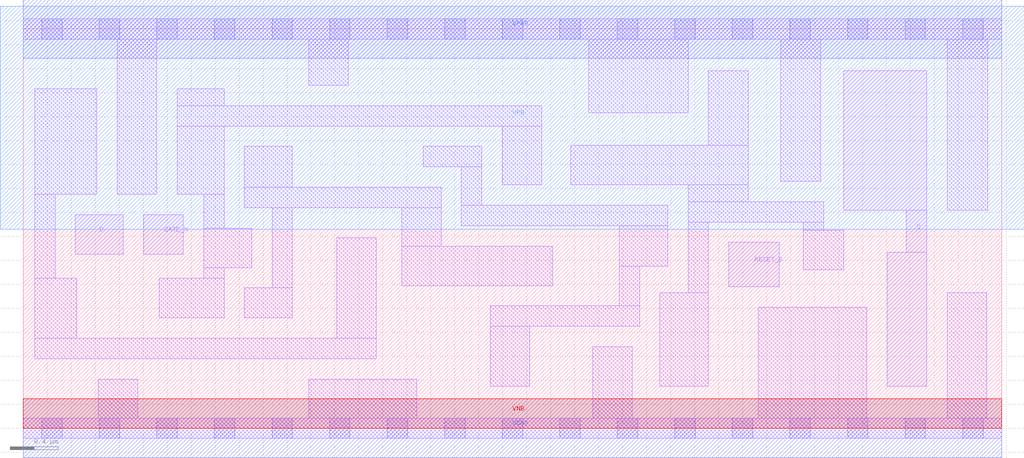
<source format=lef>
# Copyright 2020 The SkyWater PDK Authors
#
# Licensed under the Apache License, Version 2.0 (the "License");
# you may not use this file except in compliance with the License.
# You may obtain a copy of the License at
#
#     https://www.apache.org/licenses/LICENSE-2.0
#
# Unless required by applicable law or agreed to in writing, software
# distributed under the License is distributed on an "AS IS" BASIS,
# WITHOUT WARRANTIES OR CONDITIONS OF ANY KIND, either express or implied.
# See the License for the specific language governing permissions and
# limitations under the License.
#
# SPDX-License-Identifier: Apache-2.0

VERSION 5.7 ;
  NOWIREEXTENSIONATPIN ON ;
  DIVIDERCHAR "/" ;
  BUSBITCHARS "[]" ;
MACRO sky130_fd_sc_ls__dlrtn_2
  CLASS CORE ;
  FOREIGN sky130_fd_sc_ls__dlrtn_2 ;
  ORIGIN  0.000000  0.000000 ;
  SIZE  8.160000 BY  3.330000 ;
  SYMMETRY X Y ;
  SITE unit ;
  PIN D
    ANTENNAGATEAREA  0.208500 ;
    DIRECTION INPUT ;
    USE SIGNAL ;
    PORT
      LAYER li1 ;
        RECT 0.435000 1.450000 0.835000 1.780000 ;
    END
  END D
  PIN Q
    ANTENNADIFFAREA  0.543200 ;
    DIRECTION OUTPUT ;
    USE SIGNAL ;
    PORT
      LAYER li1 ;
        RECT 6.845000 1.820000 7.535000 2.980000 ;
        RECT 7.205000 0.350000 7.535000 1.470000 ;
        RECT 7.365000 1.470000 7.535000 1.820000 ;
    END
  END Q
  PIN RESET_B
    ANTENNAGATEAREA  0.279000 ;
    DIRECTION INPUT ;
    USE SIGNAL ;
    PORT
      LAYER li1 ;
        RECT 5.885000 1.180000 6.305000 1.550000 ;
    END
  END RESET_B
  PIN GATE_N
    ANTENNAGATEAREA  0.237000 ;
    DIRECTION INPUT ;
    USE CLOCK ;
    PORT
      LAYER li1 ;
        RECT 1.005000 1.450000 1.335000 1.780000 ;
    END
  END GATE_N
  PIN VGND
    DIRECTION INOUT ;
    SHAPE ABUTMENT ;
    USE GROUND ;
    PORT
      LAYER met1 ;
        RECT 0.000000 -0.245000 8.160000 0.245000 ;
    END
  END VGND
  PIN VNB
    DIRECTION INOUT ;
    USE GROUND ;
    PORT
      LAYER pwell ;
        RECT 0.000000 0.000000 8.160000 0.245000 ;
    END
  END VNB
  PIN VPB
    DIRECTION INOUT ;
    USE POWER ;
    PORT
      LAYER nwell ;
        RECT -0.190000 1.660000 8.350000 3.520000 ;
    END
  END VPB
  PIN VPWR
    DIRECTION INOUT ;
    SHAPE ABUTMENT ;
    USE POWER ;
    PORT
      LAYER met1 ;
        RECT 0.000000 3.085000 8.160000 3.575000 ;
    END
  END VPWR
  OBS
    LAYER li1 ;
      RECT 0.000000 -0.085000 8.160000 0.085000 ;
      RECT 0.000000  3.245000 8.160000 3.415000 ;
      RECT 0.095000  0.580000 2.945000 0.750000 ;
      RECT 0.095000  0.750000 0.445000 1.250000 ;
      RECT 0.095000  1.250000 0.265000 1.950000 ;
      RECT 0.095000  1.950000 0.615000 2.830000 ;
      RECT 0.625000  0.085000 0.955000 0.410000 ;
      RECT 0.785000  1.950000 1.115000 3.245000 ;
      RECT 1.135000  0.920000 1.675000 1.250000 ;
      RECT 1.285000  1.950000 1.675000 2.520000 ;
      RECT 1.285000  2.520000 4.325000 2.690000 ;
      RECT 1.285000  2.690000 1.675000 2.830000 ;
      RECT 1.505000  1.250000 1.675000 1.340000 ;
      RECT 1.505000  1.340000 1.905000 1.670000 ;
      RECT 1.505000  1.670000 1.675000 1.950000 ;
      RECT 1.845000  0.920000 2.245000 1.170000 ;
      RECT 1.845000  1.840000 3.485000 2.010000 ;
      RECT 1.845000  2.010000 2.245000 2.350000 ;
      RECT 2.075000  1.170000 2.245000 1.840000 ;
      RECT 2.380000  0.085000 3.280000 0.410000 ;
      RECT 2.380000  2.860000 2.710000 3.245000 ;
      RECT 2.615000  0.750000 2.945000 1.590000 ;
      RECT 3.155000  1.190000 4.415000 1.520000 ;
      RECT 3.155000  1.520000 3.485000 1.840000 ;
      RECT 3.335000  2.180000 3.825000 2.350000 ;
      RECT 3.655000  1.690000 5.375000 1.860000 ;
      RECT 3.655000  1.860000 3.825000 2.180000 ;
      RECT 3.895000  0.350000 4.225000 0.850000 ;
      RECT 3.895000  0.850000 5.140000 1.020000 ;
      RECT 3.995000  2.030000 4.325000 2.520000 ;
      RECT 4.565000  2.030000 6.045000 2.360000 ;
      RECT 4.715000  2.630000 5.545000 3.245000 ;
      RECT 4.750000  0.085000 5.080000 0.680000 ;
      RECT 4.970000  1.020000 5.140000 1.350000 ;
      RECT 4.970000  1.350000 5.375000 1.690000 ;
      RECT 5.310000  0.350000 5.715000 1.130000 ;
      RECT 5.545000  1.130000 5.715000 1.720000 ;
      RECT 5.545000  1.720000 6.675000 1.890000 ;
      RECT 5.545000  1.890000 6.045000 2.030000 ;
      RECT 5.715000  2.360000 6.045000 2.980000 ;
      RECT 6.130000  0.085000 7.035000 1.010000 ;
      RECT 6.320000  2.060000 6.650000 3.245000 ;
      RECT 6.505000  1.320000 6.845000 1.650000 ;
      RECT 6.505000  1.650000 6.675000 1.720000 ;
      RECT 7.705000  0.085000 8.035000 1.130000 ;
      RECT 7.705000  1.820000 8.045000 3.245000 ;
    LAYER mcon ;
      RECT 0.155000 -0.085000 0.325000 0.085000 ;
      RECT 0.155000  3.245000 0.325000 3.415000 ;
      RECT 0.635000 -0.085000 0.805000 0.085000 ;
      RECT 0.635000  3.245000 0.805000 3.415000 ;
      RECT 1.115000 -0.085000 1.285000 0.085000 ;
      RECT 1.115000  3.245000 1.285000 3.415000 ;
      RECT 1.595000 -0.085000 1.765000 0.085000 ;
      RECT 1.595000  3.245000 1.765000 3.415000 ;
      RECT 2.075000 -0.085000 2.245000 0.085000 ;
      RECT 2.075000  3.245000 2.245000 3.415000 ;
      RECT 2.555000 -0.085000 2.725000 0.085000 ;
      RECT 2.555000  3.245000 2.725000 3.415000 ;
      RECT 3.035000 -0.085000 3.205000 0.085000 ;
      RECT 3.035000  3.245000 3.205000 3.415000 ;
      RECT 3.515000 -0.085000 3.685000 0.085000 ;
      RECT 3.515000  3.245000 3.685000 3.415000 ;
      RECT 3.995000 -0.085000 4.165000 0.085000 ;
      RECT 3.995000  3.245000 4.165000 3.415000 ;
      RECT 4.475000 -0.085000 4.645000 0.085000 ;
      RECT 4.475000  3.245000 4.645000 3.415000 ;
      RECT 4.955000 -0.085000 5.125000 0.085000 ;
      RECT 4.955000  3.245000 5.125000 3.415000 ;
      RECT 5.435000 -0.085000 5.605000 0.085000 ;
      RECT 5.435000  3.245000 5.605000 3.415000 ;
      RECT 5.915000 -0.085000 6.085000 0.085000 ;
      RECT 5.915000  3.245000 6.085000 3.415000 ;
      RECT 6.395000 -0.085000 6.565000 0.085000 ;
      RECT 6.395000  3.245000 6.565000 3.415000 ;
      RECT 6.875000 -0.085000 7.045000 0.085000 ;
      RECT 6.875000  3.245000 7.045000 3.415000 ;
      RECT 7.355000 -0.085000 7.525000 0.085000 ;
      RECT 7.355000  3.245000 7.525000 3.415000 ;
      RECT 7.835000 -0.085000 8.005000 0.085000 ;
      RECT 7.835000  3.245000 8.005000 3.415000 ;
  END
END sky130_fd_sc_ls__dlrtn_2
END LIBRARY

</source>
